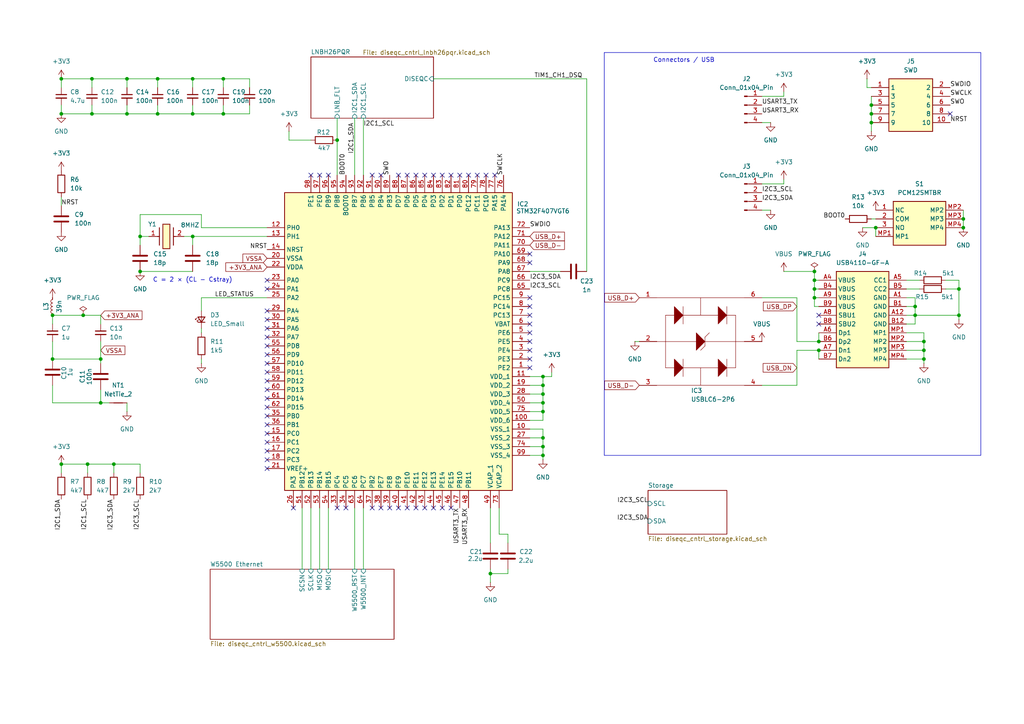
<source format=kicad_sch>
(kicad_sch (version 20250114) (generator "eeschema") (generator_version "9.0")
  (paper "A4")
  (title_block (title "DiSEqc Motor Control") (company "M0DMF "))
  (lib_symbols
    (symbol "diseqc_cntrl:+3V3" (power) (pin_numbers (hide yes)) (pin_names (offset 0) (hide yes))
      (property "Value" "+3V3" (at 0 3.556 0))
      (symbol "+3V3_1_1"
        (pin power_in line (at 0 0 90) (length 0) (name "~") (number "1"))
      )
    )
    (symbol "diseqc_cntrl:ABLS-8.000MHZ-20-B-3-H-T" (pin_names (hide yes))
      (property "Reference" "Y" (at 8.89 6.35 0))
      (property "Value" "ABLS-8.000MHZ-20-B-3-H-T" (at 8.89 3.81 0))
      (symbol "ABLS-8.000MHZ-20-B-3-H-T_1_1"
        (pin passive line (at 0 0 0) (length 2.54) (name "1") (number "1"))
        (pin passive line (at 10.16 0 180) (length 2.54) (name "2") (number "2"))
      )
    )
    (symbol "diseqc_cntrl:C" (pin_numbers (hide yes)) (pin_names (offset 0.254))
      (property "Reference" "C" (at 0.635 2.54 0))
      (property "Value" "C" (at 0.635 -2.54 0))
      (symbol "C_1_1"
        (pin passive line (at 0 3.81 270) (length 2.794) (name "~") (number "1"))
        (pin passive line (at 0 -3.81 90) (length 2.794) (name "~") (number "2"))
      )
    )
    (symbol "diseqc_cntrl:C_Small" (pin_numbers (hide yes)) (pin_names (offset 0.254) (hide yes))
      (property "Reference" "C" (at 0.254 1.778 0))
      (property "Value" "C_Small" (at 0.254 -2.032 0))
      (symbol "C_Small_1_1"
        (pin passive line (at 0 2.54 270) (length 2.032) (name "~") (number "1"))
        (pin passive line (at 0 -2.54 90) (length 2.032) (name "~") (number "2"))
      )
    )
    (symbol "diseqc_cntrl:Conn_01x04_Pin" (pin_names (offset 1.016) (hide yes))
      (property "Reference" "J" (at 0 5.08 0))
      (property "Value" "Conn_01x04_Pin" (at 0 -7.62 0))
      (symbol "Conn_01x04_Pin_1_1"
        (pin passive line (at 5.08 2.54 180) (length 3.81) (name "Pin_1") (number "1"))
        (pin passive line (at 5.08 0 180) (length 3.81) (name "Pin_2") (number "2"))
        (pin passive line (at 5.08 -2.54 180) (length 3.81) (name "Pin_3") (number "3"))
        (pin passive line (at 5.08 -5.08 180) (length 3.81) (name "Pin_4") (number "4"))
      )
    )
    (symbol "diseqc_cntrl:GND" (power) (pin_numbers (hide yes)) (pin_names (offset 0) (hide yes))
      (property "Value" "GND" (at 0 -3.81 0))
      (symbol "GND_1_1"
        (pin power_in line (at 0 0 270) (length 0) (name "~") (number "1"))
      )
    )
    (symbol "diseqc_cntrl:LED_Small" (pin_numbers (hide yes)) (pin_names (offset 0.254) (hide yes))
      (property "Reference" "D" (at -1.27 3.175 0))
      (property "Value" "LED_Small" (at -4.445 -2.54 0))
      (symbol "LED_Small_1_1"
        (pin passive line (at -2.54 0 0) (length 1.778) (name "K") (number "1"))
        (pin passive line (at 2.54 0 180) (length 1.778) (name "A") (number "2"))
      )
    )
    (symbol "diseqc_cntrl:L_Small" (pin_numbers (hide yes)) (pin_names (offset 0.254) (hide yes))
      (property "Reference" "L" (at 0.762 1.016 0))
      (property "Value" "L_Small" (at 0.762 -1.016 0))
      (symbol "L_Small_1_1"
        (pin passive line (at 0 2.54 270) (length 0.508) (name "~") (number "1"))
        (pin passive line (at 0 -2.54 90) (length 0.508) (name "~") (number "2"))
      )
    )
    (symbol "diseqc_cntrl:NetTie_2" (pin_numbers (hide yes)) (pin_names (offset 0) (hide yes)) (in_bom no)
      (property "Reference" "NT" (at 0 1.27 0))
      (property "Value" "NetTie_2" (at 0 -1.27 0))
      (symbol "NetTie_2_1_1"
        (pin passive line (at -2.54 0 0) (length 2.54) (name "1") (number "1"))
        (pin passive line (at 2.54 0 180) (length 2.54) (name "2") (number "2"))
      )
    )
    (symbol "diseqc_cntrl:PCM12SMTBR"
      (property "Reference" "S1" (at 12.7 7.62 0))
      (property "Value" "PCM12SMTBR" (at 12.7 5.08 0))
      (symbol "PCM12SMTBR_1_1"
        (pin passive line (at 0 0 0) (length 5.08) (name "NC") (number "1"))
        (pin passive line (at 0 -2.54 0) (length 5.08) (name "COM") (number "2"))
        (pin passive line (at 0 -5.08 0) (length 5.08) (name "NO") (number "3"))
        (pin passive line (at 0 -7.62 0) (length 5.08) (name "MP1") (number "MP1"))
        (pin passive line (at 25.4 0 180) (length 5.08) (name "MP2") (number "MP2"))
        (pin passive line (at 25.4 -2.54 180) (length 5.08) (name "MP3") (number "MP3"))
        (pin passive line (at 25.4 -5.08 180) (length 5.08) (name "MP4") (number "MP4"))
      )
    )
    (symbol "diseqc_cntrl:PWR_FLAG" (power) (pin_numbers (hide yes)) (pin_names (offset 0) (hide yes))
      (property "Value" "PWR_FLAG" (at 0 3.81 0))
      (symbol "PWR_FLAG_0_0"
        (pin power_out line (at 0 0 90) (length 0) (name "~") (number "1"))
      )
    )
    (symbol "diseqc_cntrl:R" (pin_numbers (hide yes)) (pin_names (offset 0))
      (property "Reference" "R" (at 2.032 0 90))
      (property "Value" "R" (at 0 0 90))
      (symbol "R_1_1"
        (pin passive line (at 0 3.81 270) (length 1.27) (name "~") (number "1"))
        (pin passive line (at 0 -3.81 90) (length 1.27) (name "~") (number "2"))
      )
    )
    (symbol "diseqc_cntrl:STM32F407VGT6"
      (property "Reference" "IC1" (at 74.168 9.398 0))
      (property "Value" "STM32F407VGT6" (at 80.01 7.366 0))
      (symbol "STM32F407VGT6_1_1"
        (pin passive line (at 0 2.54 0) (length 5.08) (name "PH0") (number "12"))
        (pin passive line (at 0 0 0) (length 5.08) (name "PH1") (number "13"))
        (pin passive line (at 0 -3.81 0) (length 5.08) (name "NRST") (number "14"))
        (pin passive line (at 0 -6.35 0) (length 5.08) (name "VSSA") (number "20"))
        (pin passive line (at 0 -8.89 0) (length 5.08) (name "VDDA") (number "22"))
        (pin passive line (at 0 -12.7 0) (length 5.08) (name "PA0") (number "23"))
        (pin passive line (at 0 -15.24 0) (length 5.08) (name "PA1") (number "24"))
        (pin passive line (at 0 -17.78 0) (length 5.08) (name "PA2") (number "25"))
        (pin passive line (at 0 -21.59 0) (length 5.08) (name "PA4") (number "29"))
        (pin passive line (at 0 -24.13 0) (length 5.08) (name "PA5") (number "30"))
        (pin passive line (at 0 -26.67 0) (length 5.08) (name "PA6") (number "31"))
        (pin passive line (at 0 -29.21 0) (length 5.08) (name "PA7") (number "32"))
        (pin passive line (at 0 -31.75 0) (length 5.08) (name "PD8") (number "55"))
        (pin passive line (at 0 -34.29 0) (length 5.08) (name "PD9") (number "56"))
        (pin passive line (at 0 -36.83 0) (length 5.08) (name "PD10") (number "57"))
        (pin passive line (at 0 -39.37 0) (length 5.08) (name "PD11") (number "58"))
        (pin passive line (at 0 -41.91 0) (length 5.08) (name "PD12") (number "59"))
        (pin passive line (at 0 -44.45 0) (length 5.08) (name "PD13") (number "60"))
        (pin passive line (at 0 -46.99 0) (length 5.08) (name "PD14") (number "61"))
        (pin passive line (at 0 -49.53 0) (length 5.08) (name "PD15") (number "62"))
        (pin passive line (at 0 -52.07 0) (length 5.08) (name "PB0") (number "35"))
        (pin passive line (at 0 -54.61 0) (length 5.08) (name "PB1") (number "36"))
        (pin passive line (at 0 -57.15 0) (length 5.08) (name "PC0") (number "15"))
        (pin passive line (at 0 -59.69 0) (length 5.08) (name "PC1") (number "16"))
        (pin passive line (at 0 -62.23 0) (length 5.08) (name "PC2") (number "17"))
        (pin passive line (at 0 -64.77 0) (length 5.08) (name "PC3") (number "18"))
        (pin passive line (at 0 -67.31 0) (length 5.08) (name "VREF+") (number "21"))
        (pin passive line (at 7.62 -78.74 90) (length 5.08) (name "PA3") (number "26"))
        (pin passive line (at 10.16 -78.74 90) (length 5.08) (name "PB12") (number "51"))
        (pin passive line (at 12.7 17.78 270) (length 5.08) (name "PE1") (number "98"))
        (pin passive line (at 12.7 -78.74 90) (length 5.08) (name "PB13") (number "52"))
        (pin passive line (at 15.24 17.78 270) (length 5.08) (name "PE0") (number "97"))
        (pin passive line (at 15.24 -78.74 90) (length 5.08) (name "PB14") (number "53"))
        (pin passive line (at 17.78 17.78 270) (length 5.08) (name "PB9") (number "96"))
        (pin passive line (at 17.78 -78.74 90) (length 5.08) (name "PB15") (number "54"))
        (pin passive line (at 20.32 17.78 270) (length 5.08) (name "PB8") (number "95"))
        (pin passive line (at 20.32 -78.74 90) (length 5.08) (name "PC4") (number "33"))
        (pin passive line (at 22.86 17.78 270) (length 5.08) (name "BOOT0") (number "94"))
        (pin passive line (at 22.86 -78.74 90) (length 5.08) (name "PC5") (number "34"))
        (pin passive line (at 25.4 17.78 270) (length 5.08) (name "PB7") (number "93"))
        (pin passive line (at 25.4 -78.74 90) (length 5.08) (name "PC6") (number "63"))
        (pin passive line (at 27.94 17.78 270) (length 5.08) (name "PB6") (number "92"))
        (pin passive line (at 27.94 -78.74 90) (length 5.08) (name "PC7") (number "64"))
        (pin passive line (at 30.48 17.78 270) (length 5.08) (name "PB5") (number "91"))
        (pin passive line (at 30.48 -78.74 90) (length 5.08) (name "PB2") (number "37"))
        (pin passive line (at 33.02 17.78 270) (length 5.08) (name "PB4") (number "90"))
        (pin passive line (at 33.02 -78.74 90) (length 5.08) (name "PE7") (number "38"))
        (pin passive line (at 35.56 17.78 270) (length 5.08) (name "PB3") (number "89"))
        (pin passive line (at 35.56 -78.74 90) (length 5.08) (name "PE8") (number "39"))
        (pin passive line (at 38.1 17.78 270) (length 5.08) (name "PD7") (number "88"))
        (pin passive line (at 38.1 -78.74 90) (length 5.08) (name "PE9") (number "40"))
        (pin passive line (at 40.64 17.78 270) (length 5.08) (name "PD6") (number "87"))
        (pin passive line (at 40.64 -78.74 90) (length 5.08) (name "PE10") (number "41"))
        (pin passive line (at 43.18 17.78 270) (length 5.08) (name "PD5") (number "86"))
        (pin passive line (at 43.18 -78.74 90) (length 5.08) (name "PE11") (number "42"))
        (pin passive line (at 45.72 17.78 270) (length 5.08) (name "PD4") (number "85"))
        (pin passive line (at 45.72 -78.74 90) (length 5.08) (name "PE12") (number "43"))
        (pin passive line (at 48.26 17.78 270) (length 5.08) (name "PD3") (number "84"))
        (pin passive line (at 48.26 -78.74 90) (length 5.08) (name "PE13") (number "44"))
        (pin passive line (at 50.8 17.78 270) (length 5.08) (name "PD2") (number "83"))
        (pin passive line (at 50.8 -78.74 90) (length 5.08) (name "PE14") (number "45"))
        (pin passive line (at 53.34 17.78 270) (length 5.08) (name "PD1") (number "82"))
        (pin passive line (at 53.34 -78.74 90) (length 5.08) (name "PE15") (number "46"))
        (pin passive line (at 55.88 17.78 270) (length 5.08) (name "PD0") (number "81"))
        (pin passive line (at 55.88 -78.74 90) (length 5.08) (name "PB10") (number "47"))
        (pin passive line (at 58.42 17.78 270) (length 5.08) (name "PC12") (number "80"))
        (pin passive line (at 58.42 -78.74 90) (length 5.08) (name "PB11") (number "48"))
        (pin passive line (at 60.96 17.78 270) (length 5.08) (name "PC11") (number "79"))
        (pin passive line (at 63.5 17.78 270) (length 5.08) (name "PC10") (number "78"))
        (pin passive line (at 64.77 -78.74 90) (length 5.08) (name "VCAP_1") (number "49"))
        (pin passive line (at 66.04 17.78 270) (length 5.08) (name "PA15") (number "77"))
        (pin passive line (at 67.31 -78.74 90) (length 5.08) (name "VCAP_2") (number "73"))
        (pin passive line (at 68.58 17.78 270) (length 5.08) (name "PA14") (number "76"))
        (pin passive line (at 76.2 2.54 180) (length 5.08) (name "PA13") (number "72"))
        (pin passive line (at 76.2 0 180) (length 5.08) (name "PA12") (number "71"))
        (pin passive line (at 76.2 -2.54 180) (length 5.08) (name "PA11") (number "70"))
        (pin passive line (at 76.2 -5.08 180) (length 5.08) (name "PA10") (number "69"))
        (pin passive line (at 76.2 -7.62 180) (length 5.08) (name "PA9") (number "68"))
        (pin passive line (at 76.2 -10.16 180) (length 5.08) (name "PA8") (number "67"))
        (pin passive line (at 76.2 -12.7 180) (length 5.08) (name "PC9") (number "66"))
        (pin passive line (at 76.2 -15.24 180) (length 5.08) (name "PC8") (number "65"))
        (pin passive line (at 76.2 -17.78 180) (length 5.08) (name "PC15") (number "9"))
        (pin passive line (at 76.2 -20.32 180) (length 5.08) (name "PC14") (number "8"))
        (pin passive line (at 76.2 -22.86 180) (length 5.08) (name "PC13") (number "7"))
        (pin passive line (at 76.2 -25.4 180) (length 5.08) (name "VBAT") (number "6"))
        (pin passive line (at 76.2 -27.94 180) (length 5.08) (name "PE6") (number "5"))
        (pin passive line (at 76.2 -30.48 180) (length 5.08) (name "PE5") (number "4"))
        (pin passive line (at 76.2 -33.02 180) (length 5.08) (name "PE4") (number "3"))
        (pin passive line (at 76.2 -35.56 180) (length 5.08) (name "PE3") (number "2"))
        (pin passive line (at 76.2 -38.1 180) (length 5.08) (name "PE2") (number "1"))
        (pin passive line (at 76.2 -40.64 180) (length 5.08) (name "VDD_1") (number "11"))
        (pin passive line (at 76.2 -43.18 180) (length 5.08) (name "VDD_2") (number "19"))
        (pin passive line (at 76.2 -45.72 180) (length 5.08) (name "VDD_3") (number "28"))
        (pin passive line (at 76.2 -48.26 180) (length 5.08) (name "VDD_4") (number "50"))
        (pin passive line (at 76.2 -50.8 180) (length 5.08) (name "VDD_5") (number "75"))
        (pin passive line (at 76.2 -53.34 180) (length 5.08) (name "VDD_6") (number "100"))
        (pin passive line (at 76.2 -55.88 180) (length 5.08) (name "VSS_1") (number "10"))
        (pin passive line (at 76.2 -58.42 180) (length 5.08) (name "VSS_2") (number "27"))
        (pin passive line (at 76.2 -60.96 180) (length 5.08) (name "VSS_3") (number "74"))
        (pin passive line (at 76.2 -63.5 180) (length 5.08) (name "VSS_4") (number "99"))
      )
    )
    (symbol "diseqc_cntrl:TSW-105-23-T-D"
      (property "Reference" "J" (at 19.05 7.62 0))
      (property "Value" "TSW-105-23-T-D" (at 19.05 5.08 0))
      (symbol "TSW-105-23-T-D_1_1"
        (pin passive line (at 0 0 0) (length 5.08) (name "1") (number "1"))
        (pin passive line (at 0 -2.54 0) (length 5.08) (name "3") (number "3"))
        (pin passive line (at 0 -5.08 0) (length 5.08) (name "5") (number "5"))
        (pin passive line (at 0 -7.62 0) (length 5.08) (name "7") (number "7"))
        (pin passive line (at 0 -10.16 0) (length 5.08) (name "9") (number "9"))
        (pin passive line (at 22.86 0 180) (length 5.08) (name "2") (number "2"))
        (pin passive line (at 22.86 -2.54 180) (length 5.08) (name "4") (number "4"))
        (pin passive line (at 22.86 -5.08 180) (length 5.08) (name "6") (number "6"))
        (pin passive line (at 22.86 -7.62 180) (length 5.08) (name "8") (number "8"))
        (pin passive line (at 22.86 -10.16 180) (length 5.08) (name "10") (number "10"))
      )
    )
    (symbol "diseqc_cntrl:USB4110-GF-A"
      (property "Reference" "J7" (at 12.7 7.62 0))
      (property "Value" "USB4110-GF-A" (at 12.7 5.08 0))
      (symbol "USB4110-GF-A_1_1"
        (pin passive line (at 0 0 0) (length 5.08) (name "VBUS") (number "A4"))
        (pin passive line (at 0 -2.54 0) (length 5.08) (name "VBUS") (number "B4"))
        (pin passive line (at 0 -5.08 0) (length 5.08) (name "VBUS") (number "A9"))
        (pin passive line (at 0 -7.62 0) (length 5.08) (name "VBUS") (number "B9"))
        (pin passive line (at 0 -10.16 0) (length 5.08) (name "SBU1") (number "A8"))
        (pin passive line (at 0 -12.7 0) (length 5.08) (name "SBU2") (number "B8"))
        (pin passive line (at 0 -15.24 0) (length 5.08) (name "Dp1") (number "A6"))
        (pin passive line (at 0 -17.78 0) (length 5.08) (name "Dp2") (number "B6"))
        (pin passive line (at 0 -20.32 0) (length 5.08) (name "Dn1") (number "A7"))
        (pin passive line (at 0 -22.86 0) (length 5.08) (name "Dn2") (number "B7"))
        (pin passive line (at 25.4 0 180) (length 5.08) (name "CC1") (number "A5"))
        (pin passive line (at 25.4 -2.54 180) (length 5.08) (name "CC2") (number "B5"))
        (pin passive line (at 25.4 -5.08 180) (length 5.08) (name "GND") (number "A1"))
        (pin passive line (at 25.4 -7.62 180) (length 5.08) (name "GND") (number "B1"))
        (pin passive line (at 25.4 -10.16 180) (length 5.08) (name "GND") (number "A12"))
        (pin passive line (at 25.4 -12.7 180) (length 5.08) (name "GND") (number "B12"))
        (pin passive line (at 25.4 -15.24 180) (length 5.08) (name "MP1") (number "MP1"))
        (pin passive line (at 25.4 -17.78 180) (length 5.08) (name "MP2") (number "MP2"))
        (pin passive line (at 25.4 -20.32 180) (length 5.08) (name "MP3") (number "MP3"))
        (pin passive line (at 25.4 -22.86 180) (length 5.08) (name "MP4") (number "MP4"))
      )
    )
    (symbol "diseqc_cntrl:USBLC6-2P6" (pin_names (hide yes))
      (property "Reference" "IC" (at 25.654 2.032 0))
      (property "Value" "USBLC6-2P6" (at 25.4 12.7 0))
      (symbol "USBLC6-2P6_1_1"
        (pin passive line (at 7.62 20.32 0) (length 5.08) (name "I/O1_1") (number "1"))
        (pin passive line (at 7.62 7.62 0) (length 5.08) (name "GND") (number "2"))
        (pin passive line (at 7.62 -5.08 0) (length 5.08) (name "I/O2_1") (number "3"))
        (pin passive line (at 43.18 20.32 180) (length 5.08) (name "I/O1_2") (number "6"))
        (pin passive line (at 43.18 7.62 180) (length 5.08) (name "VBUS") (number "5"))
        (pin passive line (at 43.18 -5.08 180) (length 5.08) (name "I/O2_2") (number "4"))
      )
    )
    (symbol "diseqc_cntrl:VBUS" (power) (pin_numbers (hide yes)) (pin_names (offset 0) (hide yes))
      (property "Value" "VBUS" (at 0 3.556 0))
      (symbol "VBUS_1_1"
        (pin power_in line (at 0 0 90) (length 0) (name "~") (number "1"))
      )
    )
  )
  (rectangle (start 175.26 15.24) (end 284.48 132.08))
  (text "C = 2 × (CL - Cstray)" (at 55.88 81.28 0) (effects (font (size 1.27 1.27))))
  (text "Connectors / USB" (at 198.374 17.526 0) (effects (font (size 1.27 1.27))))
  (junction (at 55.88 22.86))
  (junction (at 157.48 116.84))
  (junction (at 252.73 35.56))
  (junction (at 64.77 22.86))
  (junction (at 278.13 91.44))
  (junction (at 17.78 22.86))
  (junction (at 97.79 40.64))
  (junction (at 45.72 22.86))
  (junction (at 265.43 91.44))
  (junction (at 15.24 91.44))
  (junction (at 252.73 33.02))
  (junction (at 236.22 78.74))
  (junction (at 252.73 30.48))
  (junction (at 25.4 134.62))
  (junction (at 236.22 81.28))
  (junction (at 29.21 116.84))
  (junction (at 15.24 104.14))
  (junction (at 45.72 33.02))
  (junction (at 279.4 66.04))
  (junction (at 26.67 22.86))
  (junction (at 26.67 33.02))
  (junction (at 157.48 129.54))
  (junction (at 40.64 78.74))
  (junction (at 254 66.04))
  (junction (at 33.02 134.62))
  (junction (at 157.48 127))
  (junction (at 267.97 104.14))
  (junction (at 40.64 68.58))
  (junction (at 267.97 99.06))
  (junction (at 267.97 101.6))
  (junction (at 17.78 134.62))
  (junction (at 237.49 99.06))
  (junction (at 36.83 22.86))
  (junction (at 237.49 101.6))
  (junction (at 279.4 63.5))
  (junction (at 278.13 83.82))
  (junction (at 157.48 109.22))
  (junction (at 265.43 88.9))
  (junction (at 55.88 33.02))
  (junction (at 55.88 68.58))
  (junction (at 142.24 166.37))
  (junction (at 157.48 114.3))
  (junction (at 157.48 132.08))
  (junction (at 36.83 33.02))
  (junction (at 157.48 119.38))
  (junction (at 29.21 104.14))
  (junction (at 17.78 33.02))
  (junction (at 64.77 33.02))
  (junction (at 236.22 83.82))
  (junction (at 24.13 91.44))
  (junction (at 157.48 111.76))
  (junction (at 236.22 86.36))
  (no_connect (at 153.67 96.52))
  (no_connect (at 120.65 50.8))
  (no_connect (at 77.47 118.11))
  (no_connect (at 77.47 90.17))
  (no_connect (at 153.67 106.68))
  (no_connect (at 95.25 50.8))
  (no_connect (at 118.11 50.8))
  (no_connect (at 110.49 50.8))
  (no_connect (at 153.67 91.44))
  (no_connect (at 77.47 128.27))
  (no_connect (at 130.81 147.32))
  (no_connect (at 133.35 50.8))
  (no_connect (at 123.19 147.32))
  (no_connect (at 128.27 147.32))
  (no_connect (at 153.67 86.36))
  (no_connect (at 107.95 147.32))
  (no_connect (at 97.79 147.32))
  (no_connect (at 77.47 133.35))
  (no_connect (at 100.33 147.32))
  (no_connect (at 123.19 50.8))
  (no_connect (at 77.47 102.87))
  (no_connect (at 77.47 107.95))
  (no_connect (at 77.47 92.71))
  (no_connect (at 153.67 73.66))
  (no_connect (at 125.73 147.32))
  (no_connect (at 115.57 50.8))
  (no_connect (at 77.47 130.81))
  (no_connect (at 77.47 125.73))
  (no_connect (at 107.95 50.8))
  (no_connect (at 90.17 50.8))
  (no_connect (at 135.89 50.8))
  (no_connect (at 237.49 91.44))
  (no_connect (at 113.03 147.32))
  (no_connect (at 153.67 104.14))
  (no_connect (at 237.49 93.98))
  (no_connect (at 77.47 95.25))
  (no_connect (at 85.09 147.32))
  (no_connect (at 143.51 50.8))
  (no_connect (at 153.67 99.06))
  (no_connect (at 77.47 83.82))
  (no_connect (at 275.59 33.02))
  (no_connect (at 77.47 100.33))
  (no_connect (at 77.47 105.41))
  (no_connect (at 153.67 101.6))
  (no_connect (at 77.47 81.28))
  (no_connect (at 77.47 110.49))
  (no_connect (at 77.47 123.19))
  (no_connect (at 92.71 50.8))
  (no_connect (at 77.47 115.57))
  (no_connect (at 125.73 50.8))
  (no_connect (at 110.49 147.32))
  (no_connect (at 153.67 76.2))
  (no_connect (at 140.97 50.8))
  (no_connect (at 77.47 120.65))
  (no_connect (at 153.67 93.98))
  (no_connect (at 77.47 135.89))
  (no_connect (at 118.11 147.32))
  (no_connect (at 77.47 97.79))
  (no_connect (at 115.57 147.32))
  (no_connect (at 120.65 147.32))
  (no_connect (at 138.43 50.8))
  (no_connect (at 153.67 88.9))
  (no_connect (at 130.81 50.8))
  (no_connect (at 128.27 50.8))
  (no_connect (at 77.47 113.03))
  (wire (pts (xy 58.42 66.04) (xy 77.47 66.04)))
  (wire (pts (xy 220.98 53.34) (xy 227.33 53.34)))
  (wire (pts (xy 17.78 134.62) (xy 25.4 134.62)))
  (wire (pts (xy 25.4 134.62) (xy 33.02 134.62)))
  (wire (pts (xy 29.21 105.41) (xy 29.21 104.14)))
  (wire (pts (xy 25.4 134.62) (xy 25.4 137.16)))
  (wire (pts (xy 262.89 101.6) (xy 267.97 101.6)))
  (wire (pts (xy 36.83 22.86) (xy 26.67 22.86)))
  (wire (pts (xy 236.22 83.82) (xy 236.22 86.36)))
  (wire (pts (xy 26.67 22.86) (xy 26.67 25.4)))
  (wire (pts (xy 220.98 35.56) (xy 223.52 35.56)))
  (wire (pts (xy 237.49 101.6) (xy 231.14 101.6)))
  (wire (pts (xy 147.32 166.37) (xy 142.24 166.37)))
  (wire (pts (xy 262.89 86.36) (xy 265.43 86.36)))
  (wire (pts (xy 278.13 83.82) (xy 278.13 91.44)))
  (wire (pts (xy 17.78 22.86) (xy 26.67 22.86)))
  (wire (pts (xy 72.39 30.48) (xy 72.39 33.02)))
  (wire (pts (xy 279.4 63.5) (xy 279.4 66.04)))
  (wire (pts (xy 40.64 68.58) (xy 40.64 71.12)))
  (wire (pts (xy 58.42 104.14) (xy 58.42 105.41)))
  (wire (pts (xy 267.97 99.06) (xy 267.97 101.6)))
  (wire (pts (xy 105.41 34.29) (xy 105.41 50.8)))
  (wire (pts (xy 160.02 109.22) (xy 157.48 109.22)))
  (wire (pts (xy 267.97 101.6) (xy 267.97 104.14)))
  (wire (pts (xy 55.88 22.86) (xy 55.88 25.4)))
  (wire (pts (xy 252.73 33.02) (xy 252.73 35.56)))
  (wire (pts (xy 252.73 63.5) (xy 254 63.5)))
  (wire (pts (xy 26.67 33.02) (xy 36.83 33.02)))
  (wire (pts (xy 17.78 137.16) (xy 17.78 134.62)))
  (wire (pts (xy 33.02 134.62) (xy 40.64 134.62)))
  (wire (pts (xy 58.42 66.04) (xy 58.42 62.23)))
  (wire (pts (xy 97.79 40.64) (xy 97.79 50.8)))
  (wire (pts (xy 105.41 147.32) (xy 105.41 165.1)))
  (wire (pts (xy 77.47 86.36) (xy 58.42 86.36)))
  (wire (pts (xy 157.48 114.3) (xy 157.48 111.76)))
  (wire (pts (xy 170.18 22.86) (xy 125.73 22.86)))
  (wire (pts (xy 36.83 22.86) (xy 36.83 25.4)))
  (wire (pts (xy 95.25 147.32) (xy 95.25 165.1)))
  (wire (pts (xy 153.67 124.46) (xy 157.48 124.46)))
  (wire (pts (xy 15.24 104.14) (xy 29.21 104.14)))
  (wire (pts (xy 87.63 147.32) (xy 87.63 165.1)))
  (wire (pts (xy 250.19 66.04) (xy 254 66.04)))
  (wire (pts (xy 26.67 33.02) (xy 17.78 33.02)))
  (wire (pts (xy 157.48 119.38) (xy 157.48 116.84)))
  (wire (pts (xy 153.67 127) (xy 157.48 127)))
  (wire (pts (xy 252.73 35.56) (xy 252.73 38.1)))
  (wire (pts (xy 252.73 25.4) (xy 251.46 25.4)))
  (wire (pts (xy 24.13 91.44) (xy 29.21 91.44)))
  (wire (pts (xy 267.97 96.52) (xy 267.97 99.06)))
  (wire (pts (xy 64.77 22.86) (xy 55.88 22.86)))
  (wire (pts (xy 40.64 62.23) (xy 40.64 68.58)))
  (wire (pts (xy 157.48 116.84) (xy 157.48 114.3)))
  (wire (pts (xy 262.89 83.82) (xy 266.7 83.82)))
  (wire (pts (xy 274.32 81.28) (xy 278.13 81.28)))
  (wire (pts (xy 58.42 86.36) (xy 58.42 90.17)))
  (wire (pts (xy 227.33 53.34) (xy 227.33 52.07)))
  (wire (pts (xy 223.52 60.96) (xy 220.98 60.96)))
  (wire (pts (xy 227.33 78.74) (xy 236.22 78.74)))
  (wire (pts (xy 251.46 25.4) (xy 251.46 22.86)))
  (wire (pts (xy 231.14 86.36) (xy 231.14 99.06)))
  (wire (pts (xy 252.73 27.94) (xy 252.73 30.48)))
  (wire (pts (xy 262.89 96.52) (xy 267.97 96.52)))
  (wire (pts (xy 274.32 83.82) (xy 278.13 83.82)))
  (wire (pts (xy 83.82 38.1) (xy 83.82 40.64)))
  (wire (pts (xy 153.67 129.54) (xy 157.48 129.54)))
  (wire (pts (xy 58.42 95.25) (xy 58.42 96.52)))
  (wire (pts (xy 15.24 116.84) (xy 29.21 116.84)))
  (wire (pts (xy 184.15 99.06) (xy 185.42 99.06)))
  (wire (pts (xy 64.77 25.4) (xy 64.77 22.86)))
  (wire (pts (xy 147.32 154.94) (xy 147.32 157.48)))
  (wire (pts (xy 265.43 86.36) (xy 265.43 88.9)))
  (wire (pts (xy 64.77 22.86) (xy 72.39 22.86)))
  (wire (pts (xy 17.78 22.86) (xy 17.78 25.4)))
  (wire (pts (xy 15.24 99.06) (xy 15.24 104.14)))
  (wire (pts (xy 29.21 113.03) (xy 29.21 116.84)))
  (wire (pts (xy 160.02 107.95) (xy 160.02 109.22)))
  (wire (pts (xy 26.67 30.48) (xy 26.67 33.02)))
  (wire (pts (xy 142.24 147.32) (xy 142.24 157.48)))
  (wire (pts (xy 153.67 121.92) (xy 157.48 121.92)))
  (wire (pts (xy 220.98 111.76) (xy 231.14 111.76)))
  (wire (pts (xy 40.64 134.62) (xy 40.64 137.16)))
  (wire (pts (xy 64.77 30.48) (xy 64.77 33.02)))
  (wire (pts (xy 237.49 96.52) (xy 237.49 99.06)))
  (wire (pts (xy 265.43 91.44) (xy 278.13 91.44)))
  (wire (pts (xy 36.83 33.02) (xy 45.72 33.02)))
  (wire (pts (xy 278.13 91.44) (xy 278.13 92.71)))
  (wire (pts (xy 237.49 88.9) (xy 236.22 88.9)))
  (wire (pts (xy 64.77 33.02) (xy 72.39 33.02)))
  (wire (pts (xy 262.89 88.9) (xy 265.43 88.9)))
  (wire (pts (xy 142.24 165.1) (xy 142.24 166.37)))
  (wire (pts (xy 55.88 30.48) (xy 55.88 33.02)))
  (wire (pts (xy 55.88 22.86) (xy 45.72 22.86)))
  (wire (pts (xy 262.89 81.28) (xy 266.7 81.28)))
  (wire (pts (xy 29.21 99.06) (xy 29.21 104.14)))
  (wire (pts (xy 36.83 30.48) (xy 36.83 33.02)))
  (wire (pts (xy 170.18 78.74) (xy 170.18 22.86)))
  (wire (pts (xy 236.22 86.36) (xy 237.49 86.36)))
  (wire (pts (xy 17.78 30.48) (xy 17.78 33.02)))
  (wire (pts (xy 58.42 62.23) (xy 40.64 62.23)))
  (wire (pts (xy 55.88 68.58) (xy 55.88 71.12)))
  (wire (pts (xy 153.67 111.76) (xy 157.48 111.76)))
  (wire (pts (xy 278.13 81.28) (xy 278.13 83.82)))
  (wire (pts (xy 153.67 78.74) (xy 162.56 78.74)))
  (wire (pts (xy 227.33 27.94) (xy 227.33 26.67)))
  (wire (pts (xy 144.78 154.94) (xy 147.32 154.94)))
  (wire (pts (xy 83.82 40.64) (xy 90.17 40.64)))
  (wire (pts (xy 236.22 78.74) (xy 236.22 81.28)))
  (wire (pts (xy 142.24 166.37) (xy 142.24 168.91)))
  (wire (pts (xy 102.87 34.29) (xy 102.87 50.8)))
  (wire (pts (xy 29.21 91.44) (xy 29.21 93.98)))
  (wire (pts (xy 153.67 109.22) (xy 157.48 109.22)))
  (wire (pts (xy 262.89 91.44) (xy 265.43 91.44)))
  (wire (pts (xy 236.22 88.9) (xy 236.22 86.36)))
  (wire (pts (xy 45.72 33.02) (xy 55.88 33.02)))
  (wire (pts (xy 72.39 22.86) (xy 72.39 25.4)))
  (wire (pts (xy 92.71 147.32) (xy 92.71 165.1)))
  (wire (pts (xy 267.97 105.41) (xy 267.97 104.14)))
  (wire (pts (xy 237.49 81.28) (xy 236.22 81.28)))
  (wire (pts (xy 236.22 83.82) (xy 237.49 83.82)))
  (wire (pts (xy 45.72 22.86) (xy 45.72 25.4)))
  (wire (pts (xy 15.24 91.44) (xy 24.13 91.44)))
  (wire (pts (xy 157.48 124.46) (xy 157.48 127)))
  (wire (pts (xy 237.49 101.6) (xy 237.49 104.14)))
  (wire (pts (xy 153.67 132.08) (xy 157.48 132.08)))
  (wire (pts (xy 254 66.04) (xy 254 68.58)))
  (wire (pts (xy 15.24 91.44) (xy 15.24 93.98)))
  (wire (pts (xy 40.64 68.58) (xy 43.18 68.58)))
  (wire (pts (xy 157.48 127) (xy 157.48 129.54)))
  (wire (pts (xy 53.34 68.58) (xy 55.88 68.58)))
  (wire (pts (xy 17.78 57.15) (xy 17.78 59.69)))
  (wire (pts (xy 220.98 86.36) (xy 231.14 86.36)))
  (wire (pts (xy 147.32 165.1) (xy 147.32 166.37)))
  (wire (pts (xy 265.43 88.9) (xy 265.43 91.44)))
  (wire (pts (xy 157.48 132.08) (xy 157.48 129.54)))
  (wire (pts (xy 55.88 33.02) (xy 64.77 33.02)))
  (wire (pts (xy 262.89 93.98) (xy 265.43 93.98)))
  (wire (pts (xy 33.02 134.62) (xy 33.02 137.16)))
  (wire (pts (xy 262.89 104.14) (xy 267.97 104.14)))
  (wire (pts (xy 97.79 34.29) (xy 97.79 40.64)))
  (wire (pts (xy 262.89 99.06) (xy 267.97 99.06)))
  (wire (pts (xy 45.72 22.86) (xy 36.83 22.86)))
  (wire (pts (xy 237.49 99.06) (xy 231.14 99.06)))
  (wire (pts (xy 15.24 111.76) (xy 15.24 116.84)))
  (wire (pts (xy 40.64 78.74) (xy 55.88 78.74)))
  (wire (pts (xy 220.98 27.94) (xy 227.33 27.94)))
  (wire (pts (xy 144.78 147.32) (xy 144.78 154.94)))
  (wire (pts (xy 102.87 147.32) (xy 102.87 165.1)))
  (wire (pts (xy 153.67 119.38) (xy 157.48 119.38)))
  (wire (pts (xy 236.22 81.28) (xy 236.22 83.82)))
  (wire (pts (xy 36.83 119.38) (xy 36.83 116.84)))
  (wire (pts (xy 153.67 114.3) (xy 157.48 114.3)))
  (wire (pts (xy 265.43 91.44) (xy 265.43 93.98)))
  (wire (pts (xy 157.48 133.35) (xy 157.48 132.08)))
  (wire (pts (xy 153.67 116.84) (xy 157.48 116.84)))
  (wire (pts (xy 157.48 109.22) (xy 157.48 111.76)))
  (wire (pts (xy 29.21 116.84) (xy 31.75 116.84)))
  (wire (pts (xy 157.48 121.92) (xy 157.48 119.38)))
  (wire (pts (xy 252.73 30.48) (xy 252.73 33.02)))
  (wire (pts (xy 55.88 68.58) (xy 77.47 68.58)))
  (wire (pts (xy 90.17 147.32) (xy 90.17 165.1)))
  (wire (pts (xy 231.14 101.6) (xy 231.14 111.76)))
  (wire (pts (xy 45.72 30.48) (xy 45.72 33.02)))
  (wire (pts (xy 279.4 60.96) (xy 279.4 63.5)))
  (label "NRST" (at 275.59 35.56 0))
  (label "NRST" (at 17.78 59.69 0))
  (label "SWCLK" (at 146.05 50.8 90))
  (label "TIM1_CH1_DSQ" (at 154.94 22.86 0))
  (label "SWO" (at 275.59 30.48 0))
  (label "NRST" (at 77.47 72.39 180))
  (label "USART3_TX" (at 220.98 30.48 0))
  (label "USART3_RX" (at 135.89 147.32 270))
  (label "USART3_TX" (at 133.35 147.32 270))
  (label "I2C3_SCL" (at 187.96 146.05 180))
  (label "I2C1_SDA" (at 17.78 144.78 270))
  (label "I2C3_SCL" (at 220.98 55.88 0))
  (label "SWCLK" (at 275.59 27.94 0))
  (label "SWO" (at 113.03 50.8 90))
  (label "I2C3_SDA" (at 187.96 151.13 180))
  (label "I2C3_SCL" (at 40.64 144.78 270))
  (label "SWDIO" (at 275.59 25.4 0))
  (label "BOOT0" (at 100.33 50.8 90))
  (label "I2C3_SCL" (at 153.67 83.82 0))
  (label "I2C1_SCL" (at 25.4 144.78 270))
  (label "I2C3_SDA" (at 153.67 81.28 0))
  (label "LED_STATUS" (at 73.66 86.36 180))
  (label "I2C1_SDA" (at 102.87 35.56 270))
  (label "I2C3_SDA" (at 220.98 58.42 0))
  (label "BOOT0" (at 245.11 63.5 180))
  (label "USART3_RX" (at 220.98 33.02 0))
  (label "SWDIO" (at 153.67 66.04 0))
  (label "I2C3_SDA" (at 33.02 144.78 270))
  (label "I2C1_SCL" (at 105.41 36.83 0))
  (global_label "USB_D+" (shape input) (at 185.42 86.36 180) (property "Intersheetrefs" "${INTERSHEET_REFS}" (effects (hide yes))))
  (global_label "USB_D-" (shape input) (at 185.42 111.76 180) (property "Intersheetrefs" "${INTERSHEET_REFS}" (effects (hide yes))))
  (global_label "VSSA" (shape input) (at 77.47 74.93 180) (property "Intersheetrefs" "${INTERSHEET_REFS}" (effects (hide yes))))
  (global_label "+3V3_ANA" (shape input) (at 77.47 77.47 180) (property "Intersheetrefs" "${INTERSHEET_REFS}" (effects (hide yes))))
  (global_label "VSSA" (shape input) (at 29.21 101.6 0) (property "Intersheetrefs" "${INTERSHEET_REFS}" (effects (hide yes))))
  (global_label "USB_DP" (shape input) (at 231.14 88.9 180) (property "Intersheetrefs" "${INTERSHEET_REFS}" (effects (hide yes))))
  (global_label "+3V3_ANA" (shape input) (at 29.21 91.44 0) (property "Intersheetrefs" "${INTERSHEET_REFS}" (effects (hide yes))))
  (global_label "USB_D-" (shape input) (at 153.67 71.12 0) (property "Intersheetrefs" "${INTERSHEET_REFS}" (effects (hide yes))))
  (global_label "USB_D+" (shape input) (at 153.67 68.58 0) (property "Intersheetrefs" "${INTERSHEET_REFS}" (effects (hide yes))))
  (global_label "USB_DN" (shape input) (at 231.14 106.68 180) (property "Intersheetrefs" "${INTERSHEET_REFS}" (effects (hide yes))))
  (symbol (lib_id "diseqc_cntrl:C_Small") (at 17.78 27.94 0) (unit 1)
    (property "Reference" "C8" (at 20.32 26.67 0) (effects (justify left)))
    (property "Value" "4.7u" (at 20.32 29.21 0) (effects (justify left)))
    (property "Footprint" "Capacitor_SMD:C_0603_1608Metric_Pad1.08x0.95mm_HandSolder" (effects (hide yes)))
    (property "Datasheet" "https://www.mouser.com/catalog/specsheets/taiyo%20yuden_12132018_mlcc11_hq_e.pdf" (effects (hide yes)))
    (property "LCSC Part #" "C19666" (effects (hide yes)))
    (property "Mouser Part Number" "963-JMK107BJ475KAHT" (effects (hide yes)))
  )
  (symbol (lib_id "diseqc_cntrl:C_Small") (at 26.67 27.94 0) (unit 1)
    (property "Reference" "C12" (at 29.21 26.67 0) (effects (justify left)))
    (property "Value" "100n" (at 29.21 29.21 0) (effects (justify left)))
    (property "Footprint" "Capacitor_SMD:C_0603_1608Metric_Pad1.08x0.95mm_HandSolder" (effects (hide yes)))
    (property "Datasheet" "https://pim.murata.com/asset/pim4/ceramicCapacitorSMD/GRM188R71C104KA01-01-EN_PDF_CERAMICCAPACITORSMD" (effects (hide yes)))
    (property "LCSC Part #" "C1525" (effects (hide yes)))
    (property "Mouser Part Number" "81-GRM39X104K16" (effects (hide yes)))
    (property "My Stock" "50" (effects (hide yes)))
  )
  (symbol (lib_id "diseqc_cntrl:C_Small") (at 36.83 27.94 0) (unit 1)
    (property "Reference" "C14" (at 39.37 26.67 0) (effects (justify left)))
    (property "Value" "100n" (at 39.37 29.21 0) (effects (justify left)))
    (property "Footprint" "Capacitor_SMD:C_0603_1608Metric_Pad1.08x0.95mm_HandSolder" (effects (hide yes)))
    (property "Datasheet" "https://pim.murata.com/asset/pim4/ceramicCapacitorSMD/GRM188R71C104KA01-01-EN_PDF_CERAMICCAPACITORSMD" (effects (hide yes)))
    (property "LCSC Part #" "C1525" (effects (hide yes)))
    (property "Mouser Part Number" "81-GRM39X104K16" (effects (hide yes)))
    (property "My Stock" "50" (effects (hide yes)))
  )
  (symbol (lib_id "diseqc_cntrl:C_Small") (at 45.72 27.94 0) (unit 1)
    (property "Reference" "C16" (at 48.26 26.67 0) (effects (justify left)))
    (property "Value" "100n" (at 48.26 29.21 0) (effects (justify left)))
    (property "Footprint" "Capacitor_SMD:C_0603_1608Metric_Pad1.08x0.95mm_HandSolder" (effects (hide yes)))
    (property "Datasheet" "https://pim.murata.com/asset/pim4/ceramicCapacitorSMD/GRM188R71C104KA01-01-EN_PDF_CERAMICCAPACITORSMD" (effects (hide yes)))
    (property "LCSC Part #" "C1525" (effects (hide yes)))
    (property "Mouser Part Number" "81-GRM39X104K16" (effects (hide yes)))
    (property "My Stock" "50" (effects (hide yes)))
  )
  (symbol (lib_id "diseqc_cntrl:C_Small") (at 55.88 27.94 0) (unit 1)
    (property "Reference" "C17" (at 58.42 26.67 0) (effects (justify left)))
    (property "Value" "100n" (at 58.42 29.21 0) (effects (justify left)))
    (property "Footprint" "Capacitor_SMD:C_0603_1608Metric_Pad1.08x0.95mm_HandSolder" (effects (hide yes)))
    (property "Datasheet" "https://pim.murata.com/asset/pim4/ceramicCapacitorSMD/GRM188R71C104KA01-01-EN_PDF_CERAMICCAPACITORSMD" (effects (hide yes)))
    (property "LCSC Part #" "C1525" (effects (hide yes)))
    (property "Mouser Part Number" "81-GRM39X104K16" (effects (hide yes)))
    (property "My Stock" "50" (effects (hide yes)))
  )
  (symbol (lib_id "diseqc_cntrl:C_Small") (at 64.77 27.94 0) (unit 1)
    (property "Reference" "C19" (at 67.31 26.67 0) (effects (justify left)))
    (property "Value" "100n" (at 67.31 29.21 0) (effects (justify left)))
    (property "Footprint" "Capacitor_SMD:C_0603_1608Metric_Pad1.08x0.95mm_HandSolder" (effects (hide yes)))
    (property "Datasheet" "https://pim.murata.com/asset/pim4/ceramicCapacitorSMD/GRM188R71C104KA01-01-EN_PDF_CERAMICCAPACITORSMD" (effects (hide yes)))
    (property "LCSC Part #" "C1525" (effects (hide yes)))
    (property "Mouser Part Number" "81-GRM39X104K16" (effects (hide yes)))
    (property "My Stock" "50" (effects (hide yes)))
  )
  (symbol (lib_id "diseqc_cntrl:L_Small") (at 15.24 88.9 180) (unit 1)
    (property "Reference" "L3" (at 13.335 88.9 90))
    (property "Value" "39n" (at 17.145 88.9 90))
    (property "Footprint" "Inductor_SMD:L_0603_1608Metric_Pad1.05x0.95mm_HandSolder" (effects (hide yes)))
    (property "Datasheet" "https://www.mouser.co.uk/datasheet/3/184/1/AISC_0603HP.pdf" (effects (hide yes)))
    (property "LCSC Part #" "C26443" (effects (hide yes)))
    (property "Mouser Part Number" "815-AISC0603HP-43NJT" (effects (hide yes)))
  )
  (symbol (lib_id "diseqc_cntrl:C_Small") (at 15.24 96.52 0) (unit 1)
    (property "Reference" "C7" (at 17.78 95.25 0) (effects (justify left)))
    (property "Value" "1u" (at 17.78 97.79 0) (effects (justify left)))
    (property "Footprint" "Capacitor_SMD:C_0603_1608Metric_Pad1.08x0.95mm_HandSolder" (effects (hide yes)))
    (property "Datasheet" "https://pim.murata.com/asset/pim4/ceramicCapacitorSMD/GRM188R61A105KA61-01A-EN_PDF_CERAMICCAPACITORSMD" (effects (hide yes)))
    (property "LCSC Part #" "C52923" (effects (hide yes)))
    (property "Mouser Part Number" "81-GRM39R105K10" (effects (hide yes)))
  )
  (symbol (lib_id "diseqc_cntrl:C_Small") (at 29.21 96.52 0) (unit 1)
    (property "Reference" "C13" (at 31.75 95.25 0) (effects (justify left)))
    (property "Value" "10n" (at 31.75 97.79 0) (effects (justify left)))
    (property "Footprint" "Capacitor_SMD:C_0603_1608Metric_Pad1.08x0.95mm_HandSolder" (effects (hide yes)))
    (property "Datasheet" "https://www.mouser.co.uk/datasheet/3/76/2/GRM188R71H103KA01_01.pdf" (effects (hide yes)))
    (property "LCSC Part #" "C15195" (effects (hide yes)))
    (property "Mouser Part Number" "81-GRM39X103K50D" (effects (hide yes)))
    (property "My Stock" "25" (effects (hide yes)))
  )
  (symbol (lib_id "diseqc_cntrl:+3V3") (at 227.33 26.67 0) (unit 1)
    (property "Reference" "#PWR030" (effects (hide yes)))
    (property "Value" "+3V3" (at 227.33 21.59 0))
    (property "Description" "Power symbol creates a global label with name \"+3V3\"" (effects (hide yes)))
  )
  (symbol (lib_id "diseqc_cntrl:GND") (at 223.52 60.96 0) (unit 1)
    (property "Reference" "#PWR029" (effects (hide yes)))
    (property "Value" "GND" (at 223.52 66.04 0))
    (property "Description" "Power symbol creates a global label with name \"GND\" , ground" (effects (hide yes)))
  )
  (symbol (lib_id "diseqc_cntrl:C") (at 15.24 107.95 0) (unit 1)
    (property "Reference" "C10" (at 18.542 108.204 90))
    (property "Value" "1u" (at 20.32 107.95 90))
    (property "Footprint" "Capacitor_SMD:C_0603_1608Metric_Pad1.08x0.95mm_HandSolder" (effects (hide yes)))
    (property "Datasheet" "https://pim.murata.com/asset/pim4/ceramicCapacitorSMD/GRM188R61A105KA61-01A-EN_PDF_CERAMICCAPACITORSMD" (effects (hide yes)))
    (property "Description" "Unpolarized capacitor" (effects (hide yes)))
    (property "Mouser Part Number" "81-GRM39R105K10" (effects (hide yes)))
  )
  (symbol (lib_id "diseqc_cntrl:C") (at 166.37 78.74 90) (unit 1)
    (property "Reference" "C23" (at 170.18 81.534 90))
    (property "Value" "1n" (at 170.18 84.074 90))
    (property "Footprint" "Capacitor_SMD:C_0603_1608Metric_Pad1.08x0.95mm_HandSolder" (effects (hide yes)))
    (property "Datasheet" "https://www.mouser.co.uk/datasheet/3/76/1/GRM188R71H102KA01-01.pdf" (effects (hide yes)))
    (property "Description" "Unpolarized capacitor" (effects (hide yes)))
    (property "Mouser Part Number" "81-GRM39X102K050" (effects (hide yes)))
  )
  (symbol (lib_id "diseqc_cntrl:+3V3") (at 17.78 49.53 0) (unit 1)
    (property "Reference" "#PWR016" (effects (hide yes)))
    (property "Value" "+3V3" (at 17.78 44.45 0))
    (property "Description" "Power symbol creates a global label with name \"+3V3\"" (effects (hide yes)))
  )
  (symbol (lib_id "diseqc_cntrl:C") (at 17.78 63.5 0) (unit 1)
    (property "Reference" "C9" (at 21.59 62.2299 0) (effects (justify left)))
    (property "Value" "100n" (at 21.59 64.7699 0) (effects (justify left)))
    (property "Footprint" "Capacitor_SMD:C_0603_1608Metric_Pad1.08x0.95mm_HandSolder" (effects (hide yes)))
    (property "Datasheet" "https://pim.murata.com/asset/pim4/ceramicCapacitorSMD/GRM188R71C104KA01-01-EN_PDF_CERAMICCAPACITORSMD" (effects (hide yes)))
    (property "Description" "Unpolarized capacitor" (effects (hide yes)))
    (property "Mouser Part Number" "81-GRM39X104K16" (effects (hide yes)))
    (property "My Stock" "50" (effects (hide yes)))
  )
  (symbol (lib_id "diseqc_cntrl:+3V3") (at 254 60.96 0) (unit 1)
    (property "Reference" "#PWR036" (effects (hide yes)))
    (property "Value" "+3V3" (at 254 55.88 0))
    (property "Description" "Power symbol creates a global label with name \"+3V3\"" (effects (hide yes)))
  )
  (symbol (lib_id "diseqc_cntrl:GND") (at 58.42 105.41 0) (unit 1)
    (property "Reference" "#PWR021" (effects (hide yes)))
    (property "Value" "GND" (at 58.42 110.49 0))
    (property "Description" "Power symbol creates a global label with name \"GND\" , ground" (effects (hide yes)))
  )
  (symbol (lib_id "diseqc_cntrl:+3V3") (at 83.82 38.1 0) (unit 1)
    (property "Reference" "#PWR022" (effects (hide yes)))
    (property "Value" "+3V3" (at 83.82 33.02 0))
    (property "Description" "Power symbol creates a global label with name \"+3V3\"" (effects (hide yes)))
  )
  (symbol (lib_id "diseqc_cntrl:PWR_FLAG") (at 24.13 91.44 0) (unit 1)
    (property "Reference" "#FLG04" (effects (hide yes)))
    (property "Value" "PWR_FLAG" (at 24.13 86.36 0))
    (property "Description" "Special symbol for telling ERC where power comes from" (effects (hide yes)))
  )
  (symbol (lib_id "diseqc_cntrl:GND") (at 223.52 35.56 0) (unit 1)
    (property "Reference" "#PWR028" (effects (hide yes)))
    (property "Value" "GND" (at 223.52 40.64 0))
    (property "Description" "Power symbol creates a global label with name \"GND\" , ground" (effects (hide yes)))
  )
  (symbol (lib_id "diseqc_cntrl:GND") (at 278.13 92.71 0) (unit 1)
    (property "Reference" "#PWR038" (effects (hide yes)))
    (property "Value" "GND" (at 278.13 97.79 0))
    (property "Description" "Power symbol creates a global label with name \"GND\" , ground" (effects (hide yes)))
  )
  (symbol (lib_id "diseqc_cntrl:GND") (at 252.73 38.1 0) (unit 1)
    (property "Reference" "#PWR034" (effects (hide yes)))
    (property "Value" "GND" (at 252.73 43.18 0))
    (property "Description" "Power symbol creates a global label with name \"GND\" , ground" (effects (hide yes)))
  )
  (symbol (lib_id "diseqc_cntrl:PWR_FLAG") (at 236.22 78.74 0) (unit 1)
    (property "Reference" "#FLG05" (effects (hide yes)))
    (property "Value" "PWR_FLAG" (at 236.22 73.66 0))
    (property "Description" "Special symbol for telling ERC where power comes from" (effects (hide yes)))
  )
  (symbol (lib_id "diseqc_cntrl:STM32F407VGT6") (at 77.47 68.58 0) (unit 1)
    (property "Reference" "IC2" (at 151.638 59.182 0))
    (property "Value" "STM32F407VGT6" (at 157.48 61.214 0))
    (property "Footprint" "STM32:QFP50P1600X1600X160-100N" (effects (hide yes)))
    (property "Datasheet" "https://www.st.com/resource/en/datasheet/stm32f405zg.pdf" (effects (hide yes)))
    (property "Description" "MCU 32-Bit, ARM Cortex M4, 1MB Flash STMicroelectronics STM32F407VGT6, 32bit ARM Cortex M4F Microcontroller, 168MHz, 1024 kB Flash, 100-Pin LQFP" (effects (hide yes)))
    (property "Height" "1.6" (effects (hide yes)))
    (property "Mouser Part Number" "511-STM32F407VGT6" (effects (hide yes)))
    (property "Mouser Price/Stock" "https://www.mouser.co.uk/ProductDetail/STMicroelectronics/STM32F407VGT6?qs=Z8%252BeY1k3TIKAEQqwbO%2FOzA%3D%3D" (effects (hide yes)))
    (property "Manufacturer_Name" "STMicroelectronics" (effects (hide yes)))
    (property "Manufacturer_Part_Number" "STM32F407VGT6" (effects (hide yes)))
    (property "Sim.Library" ".\\" (effects (hide yes)))
  )
  (symbol (lib_id "diseqc_cntrl:C") (at 55.88 74.93 0) (unit 1)
    (property "Reference" "C18" (at 59.69 73.6599 0) (effects (justify left)))
    (property "Value" "18p" (at 59.69 76.1999 0) (effects (justify left)))
    (property "Footprint" "Capacitor_SMD:C_0603_1608Metric_Pad1.08x0.95mm_HandSolder" (effects (hide yes)))
    (property "Datasheet" "https://www.mouser.co.uk/datasheet/3/5926/1/C0GNP0_Dielectric.pdf" (effects (hide yes)))
    (property "Description" "Unpolarized capacitor" (effects (hide yes)))
    (property "Manufacturer_Part_Number" "600S180JT250XT" (effects (hide yes)))
    (property "Mouser Part Number" "581-06031A180CAT2A" (effects (hide yes)))
    (property "My Stock" "25" (effects (hide yes)))
  )
  (symbol (lib_id "diseqc_cntrl:GND") (at 36.83 119.38 0) (unit 1)
    (property "Reference" "#PWR019" (effects (hide yes)))
    (property "Value" "GND" (at 36.83 124.46 0))
    (property "Description" "Power symbol creates a global label with name \"GND\" , ground" (effects (hide yes)))
  )
  (symbol (lib_id "diseqc_cntrl:GND") (at 250.19 66.04 0) (unit 1)
    (property "Reference" "#PWR035" (effects (hide yes)))
    (property "Value" "GND" (at 250.19 71.12 0))
    (property "Description" "Power symbol creates a global label with name \"GND\" , ground" (effects (hide yes)))
  )
  (symbol (lib_id "diseqc_cntrl:VBUS") (at 220.98 99.06 0) (unit 1)
    (property "Reference" "#PWR027" (effects (hide yes)))
    (property "Value" "VBUS" (at 220.98 93.98 0))
    (property "Description" "Power symbol creates a global label with name \"VBUS\"" (effects (hide yes)))
  )
  (symbol (lib_id "diseqc_cntrl:GND") (at 267.97 105.41 0) (unit 1)
    (property "Reference" "#PWR037" (effects (hide yes)))
    (property "Value" "GND" (at 267.97 110.49 0))
    (property "Description" "Power symbol creates a global label with name \"GND\" , ground" (effects (hide yes)))
  )
  (symbol (lib_id "diseqc_cntrl:+3V3") (at 17.78 22.86 0) (unit 1)
    (property "Reference" "#PWR014" (effects (hide yes)))
    (property "Value" "+3V3" (at 17.78 17.78 0))
    (property "Description" "Power symbol creates a global label with name \"+3V3\"" (effects (hide yes)))
  )
  (symbol (lib_id "diseqc_cntrl:USB4110-GF-A") (at 237.49 81.28 0) (unit 1)
    (property "Reference" "J4" (at 250.19 73.66 0))
    (property "Value" "USB4110-GF-A" (at 250.19 76.2 0))
    (property "Footprint" "USB4110GFA" (effects (hide yes)))
    (property "Datasheet" "https://gct.co/files/drawings/usb4110.pdf" (effects (hide yes)))
    (property "Description" "CONN USB 2.0 TYPE-C R/A SMT" (effects (hide yes)))
    (property "Height" "3.26" (effects (hide yes)))
    (property "Mouser Part Number" "640-USB4110-GF-A" (effects (hide yes)))
    (property "Mouser Price/Stock" "https://www.mouser.co.uk/ProductDetail/GCT/USB4110-GF-A?qs=KUoIvG%2F9IlYiZvIXQjyJeA%3D%3D" (effects (hide yes)))
    (property "Manufacturer_Name" "GCT (GLOBAL CONNECTOR TECHNOLOGY)" (effects (hide yes)))
    (property "Manufacturer_Part_Number" "USB4110-GF-A" (effects (hide yes)))
  )
  (symbol (lib_id "diseqc_cntrl:C") (at 29.21 109.22 0) (unit 1)
    (property "Reference" "C11" (at 23.876 109.22 90))
    (property "Value" "100n" (at 25.908 109.22 90))
    (property "Footprint" "Capacitor_SMD:C_0603_1608Metric_Pad1.08x0.95mm_HandSolder" (effects (hide yes)))
    (property "Datasheet" "https://pim.murata.com/asset/pim4/ceramicCapacitorSMD/GRM188R71C104KA01-01-EN_PDF_CERAMICCAPACITORSMD" (effects (hide yes)))
    (property "Description" "Unpolarized capacitor" (effects (hide yes)))
    (property "Mouser Part Number" "81-GRM39X104K16" (effects (hide yes)))
    (property "My Stock" "50" (effects (hide yes)))
  )
  (symbol (lib_id "diseqc_cntrl:NetTie_2") (at 34.29 116.84 0) (unit 1) (in_bom no)
    (property "Reference" "NT1" (at 34.29 111.76 0))
    (property "Value" "NetTie_2" (at 34.29 114.3 0))
    (property "Footprint" "NetTie:NetTie-2_SMD_Pad2.0mm" (effects (hide yes)))
    (property "Description" "Net tie, 2 pins" (effects (hide yes)))
    (property "My Stock" "1000" (effects (hide yes)))
  )
  (symbol (lib_id "diseqc_cntrl:TSW-105-23-T-D") (at 252.73 25.4 0) (unit 1)
    (property "Reference" "J5" (at 264.16 17.78 0))
    (property "Value" "SWD" (at 264.16 20.32 0))
    (property "Footprint" "HDRV10W64P254_2X5_1270X495X838P" (effects (hide yes)))
    (property "Datasheet" "http://suddendocs.samtec.com/catalog_english/tsw_th.pdf" (effects (hide yes)))
    (property "Description" "CONN HEADER 10 POS .100\"" (effects (hide yes)))
    (property "Height" "8.38" (effects (hide yes)))
    (property "Mouser Part Number" "200-TSW10523TD" (effects (hide yes)))
    (property "Mouser Price/Stock" "https://www.mouser.co.uk/ProductDetail/Samtec/TSW-105-23-T-D?qs=rU5fayqh%252BE34sKnaDSgBhw%3D%3D" (effects (hide yes)))
    (property "Manufacturer_Name" "SAMTEC" (effects (hide yes)))
    (property "Manufacturer_Part_Number" "TSW-105-23-T-D" (effects (hide yes)))
  )
  (symbol (lib_id "diseqc_cntrl:R") (at 40.64 140.97 0) (unit 1)
    (property "Reference" "R10" (at 43.18 139.6999 0) (effects (justify left)))
    (property "Value" "2k7" (at 43.18 142.2399 0) (effects (justify left)))
    (property "Footprint" "Resistor_SMD:R_0603_1608Metric_Pad0.98x0.95mm_HandSolder" (effects (hide yes)))
    (property "Datasheet" "https://www.mouser.co.uk/datasheet/3/508/1/PYu-AR_51_RoHS_L_7.pdf" (effects (hide yes)))
    (property "Description" "Resistor" (effects (hide yes)))
    (property "My Stock" "50" (effects (hide yes)))
    (property "Mouser Part Number" "603-AR0603JR-072K7L" (effects (hide yes)))
  )
  (symbol (lib_id "diseqc_cntrl:LED_Small") (at 58.42 92.71 90) (unit 1)
    (property "Reference" "D3" (at 60.96 91.3764 90) (effects (justify right)))
    (property "Value" "LED_Small" (at 60.96 93.9164 90) (effects (justify right)))
    (property "Footprint" "LED_SMD:LED_0603_1608Metric_Pad1.05x0.95mm_HandSolder" (effects (hide yes)))
    (property "Datasheet" "https://www.mouser.co.uk/datasheet/3/308/1/APG1608ZGC.pdf" (effects (hide yes)))
    (property "Description" "Light emitting diode, small symbol" (effects (hide yes)))
    (property "Sim.Pin" "1=K 2=A" (effects (hide yes)))
    (property "Sim.Pins" "1=K 2=A" (effects (hide yes)))
    (property "Mouser Part Number" "604-APG1608ZGC" (effects (hide yes)))
  )
  (symbol (lib_id "diseqc_cntrl:R") (at 17.78 53.34 180) (unit 1)
    (property "Reference" "R6" (at 20.32 52.0699 0) (effects (justify right)))
    (property "Value" "10k" (at 20.32 54.6099 0) (effects (justify right)))
    (property "Footprint" "Resistor_SMD:R_0603_1608Metric_Pad0.98x0.95mm_HandSolder" (effects (hide yes)))
    (property "Datasheet" "https://www.mouser.co.uk/datasheet/3/508/1/PYu-RC_Group_51_RoHS_L_12.pdf" (effects (hide yes)))
    (property "Description" "Resistor" (effects (hide yes)))
    (property "Mouser Part Number" "603-RC0603DR-0710KL" (effects (hide yes)))
    (property "My Stock" "100" (effects (hide yes)))
  )
  (symbol (lib_id "diseqc_cntrl:+3V3") (at 15.24 86.36 0) (unit 1)
    (property "Reference" "#PWR013" (effects (hide yes)))
    (property "Value" "+3V3" (at 15.24 81.28 0))
    (property "Description" "Power symbol creates a global label with name \"+3V3\"" (effects (hide yes)))
  )
  (symbol (lib_id "diseqc_cntrl:+3V3") (at 251.46 22.86 0) (unit 1)
    (property "Reference" "#PWR033" (effects (hide yes)))
    (property "Value" "+3V3" (at 251.46 17.78 0))
    (property "Description" "Power symbol creates a global label with name \"+3V3\"" (effects (hide yes)))
  )
  (symbol (lib_id "diseqc_cntrl:GND") (at 279.4 66.04 0) (unit 1)
    (property "Reference" "#PWR039" (effects (hide yes)))
    (property "Value" "GND" (at 279.4 71.12 0))
    (property "Description" "Power symbol creates a global label with name \"GND\" , ground" (effects (hide yes)))
  )
  (symbol (lib_id "diseqc_cntrl:R") (at 17.78 140.97 0) (unit 1)
    (property "Reference" "R7" (at 20.32 139.6999 0) (effects (justify left)))
    (property "Value" "4k7" (at 20.32 142.2399 0) (effects (justify left)))
    (property "Footprint" "Resistor_SMD:R_0603_1608Metric_Pad0.98x0.95mm_HandSolder" (effects (hide yes)))
    (property "Datasheet" "https://www.mouser.co.uk/datasheet/3/508/1/PYU_AC_51_ROHS_L.pdf" (effects (hide yes)))
    (property "Description" "Resistor" (effects (hide yes)))
    (property "My Stock" "0" (effects (hide yes)))
    (property "Mouser Part Number" "603-AC0603FR-074K7L" (effects (hide yes)))
  )
  (symbol (lib_id "diseqc_cntrl:R") (at 93.98 40.64 90) (unit 1)
    (property "Reference" "R12" (at 95.758 38.354 90) (effects (justify left)))
    (property "Value" "4k7" (at 93.98 42.926 90))
    (property "Footprint" "Resistor_SMD:R_0603_1608Metric_Pad0.98x0.95mm_HandSolder" (effects (hide yes)))
    (property "Datasheet" "https://www.mouser.co.uk/datasheet/3/508/1/PYU_AC_51_ROHS_L.pdf" (effects (hide yes)))
    (property "Description" "Resistor" (effects (hide yes)))
    (property "My Stock" "0" (effects (hide yes)))
    (property "Mouser Part Number" "603-AC0603FR-074K7L" (effects (hide yes)))
  )
  (symbol (lib_id "diseqc_cntrl:GND") (at 17.78 67.31 0) (unit 1)
    (property "Reference" "#PWR017" (effects (hide yes)))
    (property "Value" "GND" (at 17.78 72.39 0))
    (property "Description" "Power symbol creates a global label with name \"GND\" , ground" (effects (hide yes)))
  )
  (symbol (lib_id "diseqc_cntrl:ABLS-8.000MHZ-20-B-3-H-T") (at 43.18 68.58 0) (unit 1)
    (property "Reference" "Y1" (at 44.196 65.024 0))
    (property "Value" "8MHZ" (at 55.118 65.278 0))
    (property "Footprint" "ABLS 8mhz xtal:ABLS8000MHz20B3HT" (effects (hide yes)))
    (property "Datasheet" "https://abracon.com/Resonators/abls.pdf" (effects (hide yes)))
    (property "Description" "HC/49US (AT49) SMD LOW PROFILE CRYSTAL" (effects (hide yes)))
    (property "Height" "4.2" (effects (hide yes)))
    (property "Mouser Part Number" "815-LS8000MHZ20B3HT" (effects (hide yes)))
    (property "Mouser Price/Stock" "https://www.mouser.co.uk/ProductDetail/ABRACON/ABLS-8.000MHZ-20-B-3-H-T?qs=vLWxofP3U2w2LK%252Bt982rbw%3D%3D" (effects (hide yes)))
    (property "Manufacturer_Name" "ABRACON" (effects (hide yes)))
    (property "Manufacturer_Part_Number" "ABLS-8.000MHZ-20-B-3-H-T" (effects (hide yes)))
  )
  (symbol (lib_id "diseqc_cntrl:C") (at 147.32 161.29 180) (unit 1)
    (property "Reference" "C22" (at 150.622 160.02 0) (effects (justify right)))
    (property "Value" "2.2u" (at 150.368 162.56 0) (effects (justify right)))
    (property "Footprint" "Capacitor_SMD:C_0603_1608Metric_Pad1.08x0.95mm_HandSolder" (effects (hide yes)))
    (property "Datasheet" "https://www.mouser.co.uk/datasheet/3/76/1/GRM188R6YA225MA12-04A.pdf" (effects (hide yes)))
    (property "Description" "Unpolarized capacitor" (effects (hide yes)))
    (property "Mouser Part Number" "81-GRM188R6YA225MA2D" (effects (hide yes)))
  )
  (symbol (lib_id "diseqc_cntrl:GND") (at 142.24 168.91 0) (unit 1)
    (property "Reference" "#PWR023" (effects (hide yes)))
    (property "Value" "GND" (at 142.24 173.99 0))
    (property "Description" "Power symbol creates a global label with name \"GND\" , ground" (effects (hide yes)))
  )
  (symbol (lib_id "diseqc_cntrl:R") (at 270.51 81.28 90) (unit 1)
    (property "Reference" "R14" (at 266.954 79.248 90))
    (property "Value" "5k1" (at 275.082 79.248 90))
    (property "Footprint" "Resistor_SMD:R_0603_1608Metric_Pad0.98x0.95mm_HandSolder" (effects (hide yes)))
    (property "Datasheet" "https://www.mouser.co.uk/datasheet/3/508/1/pyu-rc_51_rohs_p.pdf" (effects (hide yes)))
    (property "Description" "Resistor" (effects (hide yes)))
    (property "Mouser Part Number" "603-RC0603FR-075K1P" (effects (hide yes)))
    (property "My Stock" "50" (effects (hide yes)))
  )
  (symbol (lib_id "diseqc_cntrl:GND") (at 184.15 99.06 0) (unit 1)
    (property "Reference" "#PWR026" (effects (hide yes)))
    (property "Value" "GND" (at 184.15 104.14 0))
    (property "Description" "Power symbol creates a global label with name \"GND\" , ground" (effects (hide yes)))
  )
  (symbol (lib_id "diseqc_cntrl:+3V3") (at 160.02 107.95 0) (unit 1)
    (property "Reference" "#PWR025" (effects (hide yes)))
    (property "Value" "+3V3" (at 160.02 102.87 0))
    (property "Description" "Power symbol creates a global label with name \"+3V3\"" (effects (hide yes)))
  )
  (symbol (lib_id "diseqc_cntrl:R") (at 270.51 83.82 90) (unit 1)
    (property "Reference" "R15" (at 267.462 86.106 90))
    (property "Value" "5k1" (at 274.828 86.106 90))
    (property "Footprint" "Resistor_SMD:R_0603_1608Metric_Pad0.98x0.95mm_HandSolder" (effects (hide yes)))
    (property "Datasheet" "https://www.mouser.co.uk/datasheet/3/508/1/pyu-rc_51_rohs_p.pdf" (effects (hide yes)))
    (property "Description" "Resistor" (effects (hide yes)))
    (property "Mouser Part Number" "603-RC0603FR-075K1P" (effects (hide yes)))
    (property "My Stock" "50" (effects (hide yes)))
  )
  (symbol (lib_id "diseqc_cntrl:R") (at 25.4 140.97 0) (unit 1)
    (property "Reference" "R8" (at 27.94 139.6999 0) (effects (justify left)))
    (property "Value" "4k7" (at 27.94 142.2399 0) (effects (justify left)))
    (property "Footprint" "Resistor_SMD:R_0603_1608Metric_Pad0.98x0.95mm_HandSolder" (effects (hide yes)))
    (property "Datasheet" "https://www.mouser.co.uk/datasheet/3/508/1/PYU_AC_51_ROHS_L.pdf" (effects (hide yes)))
    (property "Description" "Resistor" (effects (hide yes)))
    (property "My Stock" "0" (effects (hide yes)))
    (property "Mouser Part Number" "603-AC0603FR-074K7L" (effects (hide yes)))
  )
  (symbol (lib_id "diseqc_cntrl:+3V3") (at 17.78 134.62 0) (unit 1)
    (property "Reference" "#PWR018" (effects (hide yes)))
    (property "Value" "+3V3" (at 17.78 129.54 0))
    (property "Description" "Power symbol creates a global label with name \"+3V3\"" (effects (hide yes)))
  )
  (symbol (lib_id "diseqc_cntrl:R") (at 58.42 100.33 0) (unit 1)
    (property "Reference" "R11" (at 60.96 99.0599 0) (effects (justify left)))
    (property "Value" "1k5" (at 60.96 101.5999 0) (effects (justify left)))
    (property "Footprint" "Resistor_SMD:R_0603_1608Metric_Pad0.98x0.95mm_HandSolder" (effects (hide yes)))
    (property "Datasheet" "https://www.mouser.co.uk/datasheet/3/508/1/PYU_AC_51_ROHS_L.pdf" (effects (hide yes)))
    (property "Description" "Resistor" (effects (hide yes)))
    (property "Mouser Part Number" "603-AC0603JR-071K5L" (effects (hide yes)))
    (property "My Stock" "50" (effects (hide yes)))
  )
  (symbol (lib_id "diseqc_cntrl:C_Small") (at 72.39 27.94 0) (unit 1)
    (property "Reference" "C20" (at 74.93 26.67 0) (effects (justify left)))
    (property "Value" "100n" (at 74.93 29.21 0) (effects (justify left)))
    (property "Footprint" "Capacitor_SMD:C_0603_1608Metric_Pad1.08x0.95mm_HandSolder" (effects (hide yes)))
    (property "Datasheet" "https://pim.murata.com/asset/pim4/ceramicCapacitorSMD/GRM188R71C104KA01-01-EN_PDF_CERAMICCAPACITORSMD" (effects (hide yes)))
    (property "LCSC Part #" "C1525" (effects (hide yes)))
    (property "Mouser Part Number" "81-GRM39X104K16" (effects (hide yes)))
    (property "My Stock" "50" (effects (hide yes)))
  )
  (symbol (lib_id "diseqc_cntrl:R") (at 33.02 140.97 0) (unit 1)
    (property "Reference" "R9" (at 35.56 139.6999 0) (effects (justify left)))
    (property "Value" "2k7" (at 35.56 142.2399 0) (effects (justify left)))
    (property "Footprint" "Resistor_SMD:R_0603_1608Metric_Pad0.98x0.95mm_HandSolder" (effects (hide yes)))
    (property "Datasheet" "https://www.mouser.co.uk/datasheet/3/508/1/PYu-AR_51_RoHS_L_7.pdf" (effects (hide yes)))
    (property "Description" "Resistor" (effects (hide yes)))
    (property "My Stock" "50" (effects (hide yes)))
    (property "Mouser Part Number" "603-AR0603JR-072K7L" (effects (hide yes)))
  )
  (symbol (lib_id "diseqc_cntrl:GND") (at 17.78 33.02 0) (unit 1)
    (property "Reference" "#PWR015" (effects (hide yes)))
    (property "Value" "GND" (at 17.78 38.1 0))
    (property "Description" "Power symbol creates a global label with name \"GND\" , ground" (effects (hide yes)))
  )
  (symbol (lib_id "diseqc_cntrl:GND") (at 40.64 78.74 0) (unit 1)
    (property "Reference" "#PWR020" (effects (hide yes)))
    (property "Value" "GND" (at 40.64 83.82 0))
    (property "Description" "Power symbol creates a global label with name \"GND\" , ground" (effects (hide yes)))
  )
  (symbol (lib_id "diseqc_cntrl:C") (at 142.24 161.29 0) (unit 1)
    (property "Reference" "C21" (at 136.144 160.02 0) (effects (justify left)))
    (property "Value" "2.2u" (at 135.636 162.052 0) (effects (justify left)))
    (property "Footprint" "Capacitor_SMD:C_0603_1608Metric_Pad1.08x0.95mm_HandSolder" (effects (hide yes)))
    (property "Datasheet" "https://www.mouser.co.uk/datasheet/3/76/1/GRM188R6YA225MA12-04A.pdf" (effects (hide yes)))
    (property "Description" "Unpolarized capacitor" (effects (hide yes)))
    (property "Mouser Part Number" "81-GRM188R6YA225MA2D" (effects (hide yes)))
  )
  (symbol (lib_id "diseqc_cntrl:USBLC6-2P6") (at 177.8 106.68 0) (unit 1)
    (property "Reference" "IC3" (at 200.406 113.284 0) (effects (justify left)))
    (property "Value" "USBLC6-2P6" (at 200.406 115.824 0) (effects (justify left)))
    (property "Footprint" "USBCL6:USBLC62P6" (effects (hide yes)))
    (property "Datasheet" "https://www.st.com/resource/en/datasheet/usblc6-2.pdf" (effects (hide yes)))
    (property "Description" "ESD Suppressors / TVS Diodes High Speed Interface Protection Low Cap" (effects (hide yes)))
    (property "Height" "0.6" (effects (hide yes)))
    (property "Mouser Part Number" "511-USBLC6-2P6" (effects (hide yes)))
    (property "Mouser Price/Stock" "https://www.mouser.co.uk/ProductDetail/STMicroelectronics/USBLC6-2P6?qs=6ARB0lp6jlViGcbUSvj1Mw%3D%3D" (effects (hide yes)))
    (property "Manufacturer_Name" "STMicroelectronics" (effects (hide yes)))
    (property "Manufacturer_Part_Number" "USBLC6-2P6" (effects (hide yes)))
  )
  (symbol (lib_id "diseqc_cntrl:Conn_01x04_Pin") (at 215.9 30.48 0) (unit 1)
    (property "Reference" "J2" (at 216.535 22.86 0))
    (property "Value" "Conn_01x04_Pin" (at 216.535 25.4 0))
    (property "Footprint" "Connector_PinHeader_2.00mm:PinHeader_1x04_P2.00mm_Vertical_SMD_Pin1Left" (effects (hide yes)))
    (property "Description" "Generic connector, single row, 01x04, script generated" (effects (hide yes)))
    (property "Mouser Part Number" "200-TMM10501TSSM" (effects (hide yes)))
  )
  (symbol (lib_id "diseqc_cntrl:Conn_01x04_Pin") (at 215.9 55.88 0) (unit 1)
    (property "Reference" "J3" (at 216.535 48.26 0))
    (property "Value" "Conn_01x04_Pin" (at 216.535 50.8 0))
    (property "Footprint" "Connector_PinHeader_2.00mm:PinHeader_1x04_P2.00mm_Vertical_SMD_Pin1Left" (effects (hide yes)))
    (property "Description" "Generic connector, single row, 01x04, script generated" (effects (hide yes)))
    (property "Mouser Part Number" "200-TMM10501TSSM" (effects (hide yes)))
  )
  (symbol (lib_id "diseqc_cntrl:R") (at 248.92 63.5 90) (unit 1)
    (property "Reference" "R13" (at 248.92 57.15 90))
    (property "Value" "10k" (at 248.92 59.69 90))
    (property "Footprint" "Resistor_SMD:R_0603_1608Metric_Pad0.98x0.95mm_HandSolder" (effects (hide yes)))
    (property "Datasheet" "https://www.mouser.co.uk/datasheet/3/508/1/PYu-RC_Group_51_RoHS_L_12.pdf" (effects (hide yes)))
    (property "Description" "Resistor" (effects (hide yes)))
    (property "Mouser Part Number" "603-RC0603DR-0710KL" (effects (hide yes)))
    (property "My Stock" "100" (effects (hide yes)))
  )
  (symbol (lib_id "diseqc_cntrl:PCM12SMTBR") (at 254 60.96 0) (unit 1)
    (property "Reference" "S1" (at 266.7 53.34 0))
    (property "Value" "PCM12SMTBR" (at 266.7 55.88 0))
    (property "Footprint" "PCM12SMTBR" (effects (hide yes)))
    (property "Datasheet" "https://www.ckswitches.com/media/1424/pcm.pdf" (effects (hide yes)))
    (property "Description" "Slide Switch SPDT Surface Mount, Right Angle" (effects (hide yes)))
    (property "Height" "1.4" (effects (hide yes)))
    (property "Mouser Part Number" "611-PCM12SMTBR" (effects (hide yes)))
    (property "Mouser Price/Stock" "https://www.mouser.co.uk/ProductDetail/CK/PCM12SMTBR?qs=By6Nw2ByBD1OEOnWcdZb2g%3D%3D" (effects (hide yes)))
    (property "Manufacturer_Name" "C & K COMPONENTS" (effects (hide yes)))
    (property "Manufacturer_Part_Number" "PCM12SMTBR" (effects (hide yes)))
  )
  (symbol (lib_id "diseqc_cntrl:+3V3") (at 227.33 52.07 0) (unit 1)
    (property "Reference" "#PWR031" (effects (hide yes)))
    (property "Value" "+3V3" (at 227.33 46.99 0))
    (property "Description" "Power symbol creates a global label with name \"+3V3\"" (effects (hide yes)))
  )
  (symbol (lib_id "diseqc_cntrl:GND") (at 157.48 133.35 0) (unit 1)
    (property "Reference" "#PWR024" (effects (hide yes)))
    (property "Value" "GND" (at 157.48 138.43 0))
    (property "Description" "Power symbol creates a global label with name \"GND\" , ground" (effects (hide yes)))
  )
  (symbol (lib_id "diseqc_cntrl:C") (at 40.64 74.93 0) (unit 1)
    (property "Reference" "C15" (at 44.45 73.6599 0) (effects (justify left)))
    (property "Value" "18p" (at 44.45 76.1999 0) (effects (justify left)))
    (property "Footprint" "Capacitor_SMD:C_0603_1608Metric_Pad1.08x0.95mm_HandSolder" (effects (hide yes)))
    (property "Datasheet" "https://www.mouser.co.uk/datasheet/3/5926/1/C0GNP0_Dielectric.pdf" (effects (hide yes)))
    (property "Description" "Unpolarized capacitor" (effects (hide yes)))
    (property "Manufacturer_Part_Number" "600S180JT250XT" (effects (hide yes)))
    (property "Mouser Part Number" "581-06031A180CAT2A" (effects (hide yes)))
    (property "My Stock" "25" (effects (hide yes)))
  )
  (symbol (lib_id "diseqc_cntrl:VBUS") (at 227.33 78.74 0) (unit 1)
    (property "Reference" "#PWR032" (effects (hide yes)))
    (property "Value" "VBUS" (at 227.33 73.66 0))
    (property "Description" "Power symbol creates a global label with name \"VBUS\"" (effects (hide yes)))
  )
  (sheet (at 90.17 16.51) (size 35.56 17.78) (stroke (width 0.1524))
    (property "Sheetname" "LNBH26PQR" (at 90.17 15.7984 0) (effects (justify left bottom)))
    (property "Sheetfile" "diseqc_cntrl_lnbh26pqr.kicad_sch" (at 105.156 14.478 0) (effects (justify left top)))
    (pin "DISEQC" input (at 125.73 22.86 0))
    (pin "I2C1_SCL" input (at 105.41 34.29 270))
    (pin "I2C1_SDA" input (at 102.87 34.29 270))
    (pin "LNB_FLT" input (at 97.79 34.29 270))
  )
  (sheet (at 187.96 142.24) (size 22.86 12.7) (stroke (width 0.1524))
    (property "Sheetname" "Storage" (at 187.96 141.5284 0) (effects (justify left bottom)))
    (property "Sheetfile" "diseqc_cntrl_storage.kicad_sch" (at 187.96 155.5246 0) (effects (justify left top)))
    (pin "SCL" input (at 187.96 146.05 180))
    (pin "SDA" input (at 187.96 151.13 180))
  )
  (sheet (at 60.96 165.1) (size 53.34 20.32) (stroke (width 0.1524))
    (property "Sheetname" "W5500 Ethernet" (at 60.96 164.3884 0) (effects (justify left bottom)))
    (property "Sheetfile" "diseqc_cntrl_w5500.kicad_sch" (at 60.96 186.0046 0) (effects (justify left top)))
    (pin "MISO" input (at 92.71 165.1 90))
    (pin "MOSI" input (at 95.25 165.1 90))
    (pin "SCLK" input (at 90.17 165.1 90))
    (pin "SCSN" input (at 87.63 165.1 90))
    (pin "W5500_INT" input (at 105.41 165.1 90))
    (pin "W5500_RST" input (at 102.87 165.1 90))
  )
)
</source>
